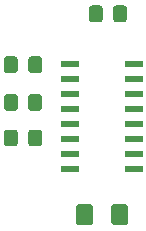
<source format=gbr>
G04 #@! TF.GenerationSoftware,KiCad,Pcbnew,(5.1.5)-3*
G04 #@! TF.CreationDate,2020-04-19T11:52:18-04:00*
G04 #@! TF.ProjectId,RS232_TTL_Male,52533233-325f-4545-944c-5f4d616c652e,1*
G04 #@! TF.SameCoordinates,Original*
G04 #@! TF.FileFunction,Paste,Top*
G04 #@! TF.FilePolarity,Positive*
%FSLAX46Y46*%
G04 Gerber Fmt 4.6, Leading zero omitted, Abs format (unit mm)*
G04 Created by KiCad (PCBNEW (5.1.5)-3) date 2020-04-19 11:52:18*
%MOMM*%
%LPD*%
G04 APERTURE LIST*
%ADD10C,0.100000*%
%ADD11R,1.500000X0.600000*%
G04 APERTURE END LIST*
D10*
G36*
X163680505Y-82613204D02*
G01*
X163704773Y-82616804D01*
X163728572Y-82622765D01*
X163751671Y-82631030D01*
X163773850Y-82641520D01*
X163794893Y-82654132D01*
X163814599Y-82668747D01*
X163832777Y-82685223D01*
X163849253Y-82703401D01*
X163863868Y-82723107D01*
X163876480Y-82744150D01*
X163886970Y-82766329D01*
X163895235Y-82789428D01*
X163901196Y-82813227D01*
X163904796Y-82837495D01*
X163906000Y-82861999D01*
X163906000Y-83762001D01*
X163904796Y-83786505D01*
X163901196Y-83810773D01*
X163895235Y-83834572D01*
X163886970Y-83857671D01*
X163876480Y-83879850D01*
X163863868Y-83900893D01*
X163849253Y-83920599D01*
X163832777Y-83938777D01*
X163814599Y-83955253D01*
X163794893Y-83969868D01*
X163773850Y-83982480D01*
X163751671Y-83992970D01*
X163728572Y-84001235D01*
X163704773Y-84007196D01*
X163680505Y-84010796D01*
X163656001Y-84012000D01*
X163005999Y-84012000D01*
X162981495Y-84010796D01*
X162957227Y-84007196D01*
X162933428Y-84001235D01*
X162910329Y-83992970D01*
X162888150Y-83982480D01*
X162867107Y-83969868D01*
X162847401Y-83955253D01*
X162829223Y-83938777D01*
X162812747Y-83920599D01*
X162798132Y-83900893D01*
X162785520Y-83879850D01*
X162775030Y-83857671D01*
X162766765Y-83834572D01*
X162760804Y-83810773D01*
X162757204Y-83786505D01*
X162756000Y-83762001D01*
X162756000Y-82861999D01*
X162757204Y-82837495D01*
X162760804Y-82813227D01*
X162766765Y-82789428D01*
X162775030Y-82766329D01*
X162785520Y-82744150D01*
X162798132Y-82723107D01*
X162812747Y-82703401D01*
X162829223Y-82685223D01*
X162847401Y-82668747D01*
X162867107Y-82654132D01*
X162888150Y-82641520D01*
X162910329Y-82631030D01*
X162933428Y-82622765D01*
X162957227Y-82616804D01*
X162981495Y-82613204D01*
X163005999Y-82612000D01*
X163656001Y-82612000D01*
X163680505Y-82613204D01*
G37*
G36*
X161630505Y-82613204D02*
G01*
X161654773Y-82616804D01*
X161678572Y-82622765D01*
X161701671Y-82631030D01*
X161723850Y-82641520D01*
X161744893Y-82654132D01*
X161764599Y-82668747D01*
X161782777Y-82685223D01*
X161799253Y-82703401D01*
X161813868Y-82723107D01*
X161826480Y-82744150D01*
X161836970Y-82766329D01*
X161845235Y-82789428D01*
X161851196Y-82813227D01*
X161854796Y-82837495D01*
X161856000Y-82861999D01*
X161856000Y-83762001D01*
X161854796Y-83786505D01*
X161851196Y-83810773D01*
X161845235Y-83834572D01*
X161836970Y-83857671D01*
X161826480Y-83879850D01*
X161813868Y-83900893D01*
X161799253Y-83920599D01*
X161782777Y-83938777D01*
X161764599Y-83955253D01*
X161744893Y-83969868D01*
X161723850Y-83982480D01*
X161701671Y-83992970D01*
X161678572Y-84001235D01*
X161654773Y-84007196D01*
X161630505Y-84010796D01*
X161606001Y-84012000D01*
X160955999Y-84012000D01*
X160931495Y-84010796D01*
X160907227Y-84007196D01*
X160883428Y-84001235D01*
X160860329Y-83992970D01*
X160838150Y-83982480D01*
X160817107Y-83969868D01*
X160797401Y-83955253D01*
X160779223Y-83938777D01*
X160762747Y-83920599D01*
X160748132Y-83900893D01*
X160735520Y-83879850D01*
X160725030Y-83857671D01*
X160716765Y-83834572D01*
X160710804Y-83810773D01*
X160707204Y-83786505D01*
X160706000Y-83762001D01*
X160706000Y-82861999D01*
X160707204Y-82837495D01*
X160710804Y-82813227D01*
X160716765Y-82789428D01*
X160725030Y-82766329D01*
X160735520Y-82744150D01*
X160748132Y-82723107D01*
X160762747Y-82703401D01*
X160779223Y-82685223D01*
X160797401Y-82668747D01*
X160817107Y-82654132D01*
X160838150Y-82641520D01*
X160860329Y-82631030D01*
X160883428Y-82622765D01*
X160907227Y-82616804D01*
X160931495Y-82613204D01*
X160955999Y-82612000D01*
X161606001Y-82612000D01*
X161630505Y-82613204D01*
G37*
G36*
X161630505Y-85801204D02*
G01*
X161654773Y-85804804D01*
X161678572Y-85810765D01*
X161701671Y-85819030D01*
X161723850Y-85829520D01*
X161744893Y-85842132D01*
X161764599Y-85856747D01*
X161782777Y-85873223D01*
X161799253Y-85891401D01*
X161813868Y-85911107D01*
X161826480Y-85932150D01*
X161836970Y-85954329D01*
X161845235Y-85977428D01*
X161851196Y-86001227D01*
X161854796Y-86025495D01*
X161856000Y-86049999D01*
X161856000Y-86950001D01*
X161854796Y-86974505D01*
X161851196Y-86998773D01*
X161845235Y-87022572D01*
X161836970Y-87045671D01*
X161826480Y-87067850D01*
X161813868Y-87088893D01*
X161799253Y-87108599D01*
X161782777Y-87126777D01*
X161764599Y-87143253D01*
X161744893Y-87157868D01*
X161723850Y-87170480D01*
X161701671Y-87180970D01*
X161678572Y-87189235D01*
X161654773Y-87195196D01*
X161630505Y-87198796D01*
X161606001Y-87200000D01*
X160955999Y-87200000D01*
X160931495Y-87198796D01*
X160907227Y-87195196D01*
X160883428Y-87189235D01*
X160860329Y-87180970D01*
X160838150Y-87170480D01*
X160817107Y-87157868D01*
X160797401Y-87143253D01*
X160779223Y-87126777D01*
X160762747Y-87108599D01*
X160748132Y-87088893D01*
X160735520Y-87067850D01*
X160725030Y-87045671D01*
X160716765Y-87022572D01*
X160710804Y-86998773D01*
X160707204Y-86974505D01*
X160706000Y-86950001D01*
X160706000Y-86049999D01*
X160707204Y-86025495D01*
X160710804Y-86001227D01*
X160716765Y-85977428D01*
X160725030Y-85954329D01*
X160735520Y-85932150D01*
X160748132Y-85911107D01*
X160762747Y-85891401D01*
X160779223Y-85873223D01*
X160797401Y-85856747D01*
X160817107Y-85842132D01*
X160838150Y-85829520D01*
X160860329Y-85819030D01*
X160883428Y-85810765D01*
X160907227Y-85804804D01*
X160931495Y-85801204D01*
X160955999Y-85800000D01*
X161606001Y-85800000D01*
X161630505Y-85801204D01*
G37*
G36*
X163680505Y-85801204D02*
G01*
X163704773Y-85804804D01*
X163728572Y-85810765D01*
X163751671Y-85819030D01*
X163773850Y-85829520D01*
X163794893Y-85842132D01*
X163814599Y-85856747D01*
X163832777Y-85873223D01*
X163849253Y-85891401D01*
X163863868Y-85911107D01*
X163876480Y-85932150D01*
X163886970Y-85954329D01*
X163895235Y-85977428D01*
X163901196Y-86001227D01*
X163904796Y-86025495D01*
X163906000Y-86049999D01*
X163906000Y-86950001D01*
X163904796Y-86974505D01*
X163901196Y-86998773D01*
X163895235Y-87022572D01*
X163886970Y-87045671D01*
X163876480Y-87067850D01*
X163863868Y-87088893D01*
X163849253Y-87108599D01*
X163832777Y-87126777D01*
X163814599Y-87143253D01*
X163794893Y-87157868D01*
X163773850Y-87170480D01*
X163751671Y-87180970D01*
X163728572Y-87189235D01*
X163704773Y-87195196D01*
X163680505Y-87198796D01*
X163656001Y-87200000D01*
X163005999Y-87200000D01*
X162981495Y-87198796D01*
X162957227Y-87195196D01*
X162933428Y-87189235D01*
X162910329Y-87180970D01*
X162888150Y-87170480D01*
X162867107Y-87157868D01*
X162847401Y-87143253D01*
X162829223Y-87126777D01*
X162812747Y-87108599D01*
X162798132Y-87088893D01*
X162785520Y-87067850D01*
X162775030Y-87045671D01*
X162766765Y-87022572D01*
X162760804Y-86998773D01*
X162757204Y-86974505D01*
X162756000Y-86950001D01*
X162756000Y-86049999D01*
X162757204Y-86025495D01*
X162760804Y-86001227D01*
X162766765Y-85977428D01*
X162775030Y-85954329D01*
X162785520Y-85932150D01*
X162798132Y-85911107D01*
X162812747Y-85891401D01*
X162829223Y-85873223D01*
X162847401Y-85856747D01*
X162867107Y-85842132D01*
X162888150Y-85829520D01*
X162910329Y-85819030D01*
X162933428Y-85810765D01*
X162957227Y-85804804D01*
X162981495Y-85801204D01*
X163005999Y-85800000D01*
X163656001Y-85800000D01*
X163680505Y-85801204D01*
G37*
G36*
X170874505Y-78301204D02*
G01*
X170898773Y-78304804D01*
X170922572Y-78310765D01*
X170945671Y-78319030D01*
X170967850Y-78329520D01*
X170988893Y-78342132D01*
X171008599Y-78356747D01*
X171026777Y-78373223D01*
X171043253Y-78391401D01*
X171057868Y-78411107D01*
X171070480Y-78432150D01*
X171080970Y-78454329D01*
X171089235Y-78477428D01*
X171095196Y-78501227D01*
X171098796Y-78525495D01*
X171100000Y-78549999D01*
X171100000Y-79450001D01*
X171098796Y-79474505D01*
X171095196Y-79498773D01*
X171089235Y-79522572D01*
X171080970Y-79545671D01*
X171070480Y-79567850D01*
X171057868Y-79588893D01*
X171043253Y-79608599D01*
X171026777Y-79626777D01*
X171008599Y-79643253D01*
X170988893Y-79657868D01*
X170967850Y-79670480D01*
X170945671Y-79680970D01*
X170922572Y-79689235D01*
X170898773Y-79695196D01*
X170874505Y-79698796D01*
X170850001Y-79700000D01*
X170199999Y-79700000D01*
X170175495Y-79698796D01*
X170151227Y-79695196D01*
X170127428Y-79689235D01*
X170104329Y-79680970D01*
X170082150Y-79670480D01*
X170061107Y-79657868D01*
X170041401Y-79643253D01*
X170023223Y-79626777D01*
X170006747Y-79608599D01*
X169992132Y-79588893D01*
X169979520Y-79567850D01*
X169969030Y-79545671D01*
X169960765Y-79522572D01*
X169954804Y-79498773D01*
X169951204Y-79474505D01*
X169950000Y-79450001D01*
X169950000Y-78549999D01*
X169951204Y-78525495D01*
X169954804Y-78501227D01*
X169960765Y-78477428D01*
X169969030Y-78454329D01*
X169979520Y-78432150D01*
X169992132Y-78411107D01*
X170006747Y-78391401D01*
X170023223Y-78373223D01*
X170041401Y-78356747D01*
X170061107Y-78342132D01*
X170082150Y-78329520D01*
X170104329Y-78319030D01*
X170127428Y-78310765D01*
X170151227Y-78304804D01*
X170175495Y-78301204D01*
X170199999Y-78300000D01*
X170850001Y-78300000D01*
X170874505Y-78301204D01*
G37*
G36*
X168824505Y-78301204D02*
G01*
X168848773Y-78304804D01*
X168872572Y-78310765D01*
X168895671Y-78319030D01*
X168917850Y-78329520D01*
X168938893Y-78342132D01*
X168958599Y-78356747D01*
X168976777Y-78373223D01*
X168993253Y-78391401D01*
X169007868Y-78411107D01*
X169020480Y-78432150D01*
X169030970Y-78454329D01*
X169039235Y-78477428D01*
X169045196Y-78501227D01*
X169048796Y-78525495D01*
X169050000Y-78549999D01*
X169050000Y-79450001D01*
X169048796Y-79474505D01*
X169045196Y-79498773D01*
X169039235Y-79522572D01*
X169030970Y-79545671D01*
X169020480Y-79567850D01*
X169007868Y-79588893D01*
X168993253Y-79608599D01*
X168976777Y-79626777D01*
X168958599Y-79643253D01*
X168938893Y-79657868D01*
X168917850Y-79670480D01*
X168895671Y-79680970D01*
X168872572Y-79689235D01*
X168848773Y-79695196D01*
X168824505Y-79698796D01*
X168800001Y-79700000D01*
X168149999Y-79700000D01*
X168125495Y-79698796D01*
X168101227Y-79695196D01*
X168077428Y-79689235D01*
X168054329Y-79680970D01*
X168032150Y-79670480D01*
X168011107Y-79657868D01*
X167991401Y-79643253D01*
X167973223Y-79626777D01*
X167956747Y-79608599D01*
X167942132Y-79588893D01*
X167929520Y-79567850D01*
X167919030Y-79545671D01*
X167910765Y-79522572D01*
X167904804Y-79498773D01*
X167901204Y-79474505D01*
X167900000Y-79450001D01*
X167900000Y-78549999D01*
X167901204Y-78525495D01*
X167904804Y-78501227D01*
X167910765Y-78477428D01*
X167919030Y-78454329D01*
X167929520Y-78432150D01*
X167942132Y-78411107D01*
X167956747Y-78391401D01*
X167973223Y-78373223D01*
X167991401Y-78356747D01*
X168011107Y-78342132D01*
X168032150Y-78329520D01*
X168054329Y-78319030D01*
X168077428Y-78310765D01*
X168101227Y-78304804D01*
X168125495Y-78301204D01*
X168149999Y-78300000D01*
X168800001Y-78300000D01*
X168824505Y-78301204D01*
G37*
G36*
X163680505Y-88801204D02*
G01*
X163704773Y-88804804D01*
X163728572Y-88810765D01*
X163751671Y-88819030D01*
X163773850Y-88829520D01*
X163794893Y-88842132D01*
X163814599Y-88856747D01*
X163832777Y-88873223D01*
X163849253Y-88891401D01*
X163863868Y-88911107D01*
X163876480Y-88932150D01*
X163886970Y-88954329D01*
X163895235Y-88977428D01*
X163901196Y-89001227D01*
X163904796Y-89025495D01*
X163906000Y-89049999D01*
X163906000Y-89950001D01*
X163904796Y-89974505D01*
X163901196Y-89998773D01*
X163895235Y-90022572D01*
X163886970Y-90045671D01*
X163876480Y-90067850D01*
X163863868Y-90088893D01*
X163849253Y-90108599D01*
X163832777Y-90126777D01*
X163814599Y-90143253D01*
X163794893Y-90157868D01*
X163773850Y-90170480D01*
X163751671Y-90180970D01*
X163728572Y-90189235D01*
X163704773Y-90195196D01*
X163680505Y-90198796D01*
X163656001Y-90200000D01*
X163005999Y-90200000D01*
X162981495Y-90198796D01*
X162957227Y-90195196D01*
X162933428Y-90189235D01*
X162910329Y-90180970D01*
X162888150Y-90170480D01*
X162867107Y-90157868D01*
X162847401Y-90143253D01*
X162829223Y-90126777D01*
X162812747Y-90108599D01*
X162798132Y-90088893D01*
X162785520Y-90067850D01*
X162775030Y-90045671D01*
X162766765Y-90022572D01*
X162760804Y-89998773D01*
X162757204Y-89974505D01*
X162756000Y-89950001D01*
X162756000Y-89049999D01*
X162757204Y-89025495D01*
X162760804Y-89001227D01*
X162766765Y-88977428D01*
X162775030Y-88954329D01*
X162785520Y-88932150D01*
X162798132Y-88911107D01*
X162812747Y-88891401D01*
X162829223Y-88873223D01*
X162847401Y-88856747D01*
X162867107Y-88842132D01*
X162888150Y-88829520D01*
X162910329Y-88819030D01*
X162933428Y-88810765D01*
X162957227Y-88804804D01*
X162981495Y-88801204D01*
X163005999Y-88800000D01*
X163656001Y-88800000D01*
X163680505Y-88801204D01*
G37*
G36*
X161630505Y-88801204D02*
G01*
X161654773Y-88804804D01*
X161678572Y-88810765D01*
X161701671Y-88819030D01*
X161723850Y-88829520D01*
X161744893Y-88842132D01*
X161764599Y-88856747D01*
X161782777Y-88873223D01*
X161799253Y-88891401D01*
X161813868Y-88911107D01*
X161826480Y-88932150D01*
X161836970Y-88954329D01*
X161845235Y-88977428D01*
X161851196Y-89001227D01*
X161854796Y-89025495D01*
X161856000Y-89049999D01*
X161856000Y-89950001D01*
X161854796Y-89974505D01*
X161851196Y-89998773D01*
X161845235Y-90022572D01*
X161836970Y-90045671D01*
X161826480Y-90067850D01*
X161813868Y-90088893D01*
X161799253Y-90108599D01*
X161782777Y-90126777D01*
X161764599Y-90143253D01*
X161744893Y-90157868D01*
X161723850Y-90170480D01*
X161701671Y-90180970D01*
X161678572Y-90189235D01*
X161654773Y-90195196D01*
X161630505Y-90198796D01*
X161606001Y-90200000D01*
X160955999Y-90200000D01*
X160931495Y-90198796D01*
X160907227Y-90195196D01*
X160883428Y-90189235D01*
X160860329Y-90180970D01*
X160838150Y-90170480D01*
X160817107Y-90157868D01*
X160797401Y-90143253D01*
X160779223Y-90126777D01*
X160762747Y-90108599D01*
X160748132Y-90088893D01*
X160735520Y-90067850D01*
X160725030Y-90045671D01*
X160716765Y-90022572D01*
X160710804Y-89998773D01*
X160707204Y-89974505D01*
X160706000Y-89950001D01*
X160706000Y-89049999D01*
X160707204Y-89025495D01*
X160710804Y-89001227D01*
X160716765Y-88977428D01*
X160725030Y-88954329D01*
X160735520Y-88932150D01*
X160748132Y-88911107D01*
X160762747Y-88891401D01*
X160779223Y-88873223D01*
X160797401Y-88856747D01*
X160817107Y-88842132D01*
X160838150Y-88829520D01*
X160860329Y-88819030D01*
X160883428Y-88810765D01*
X160907227Y-88804804D01*
X160931495Y-88801204D01*
X160955999Y-88800000D01*
X161606001Y-88800000D01*
X161630505Y-88801204D01*
G37*
D11*
X166312400Y-83230600D03*
X166312400Y-84500600D03*
X166312400Y-85770600D03*
X166312400Y-87040600D03*
X166312400Y-88310600D03*
X166312400Y-89580600D03*
X166312400Y-90850600D03*
X166312400Y-92120600D03*
X171712400Y-92120600D03*
X171712400Y-90850600D03*
X171712400Y-89580600D03*
X171712400Y-88310600D03*
X171712400Y-87040600D03*
X171712400Y-85770600D03*
X171712400Y-84500600D03*
X171712400Y-83230600D03*
D10*
G36*
X170974504Y-95126204D02*
G01*
X170998773Y-95129804D01*
X171022571Y-95135765D01*
X171045671Y-95144030D01*
X171067849Y-95154520D01*
X171088893Y-95167133D01*
X171108598Y-95181747D01*
X171126777Y-95198223D01*
X171143253Y-95216402D01*
X171157867Y-95236107D01*
X171170480Y-95257151D01*
X171180970Y-95279329D01*
X171189235Y-95302429D01*
X171195196Y-95326227D01*
X171198796Y-95350496D01*
X171200000Y-95375000D01*
X171200000Y-96625000D01*
X171198796Y-96649504D01*
X171195196Y-96673773D01*
X171189235Y-96697571D01*
X171180970Y-96720671D01*
X171170480Y-96742849D01*
X171157867Y-96763893D01*
X171143253Y-96783598D01*
X171126777Y-96801777D01*
X171108598Y-96818253D01*
X171088893Y-96832867D01*
X171067849Y-96845480D01*
X171045671Y-96855970D01*
X171022571Y-96864235D01*
X170998773Y-96870196D01*
X170974504Y-96873796D01*
X170950000Y-96875000D01*
X170025000Y-96875000D01*
X170000496Y-96873796D01*
X169976227Y-96870196D01*
X169952429Y-96864235D01*
X169929329Y-96855970D01*
X169907151Y-96845480D01*
X169886107Y-96832867D01*
X169866402Y-96818253D01*
X169848223Y-96801777D01*
X169831747Y-96783598D01*
X169817133Y-96763893D01*
X169804520Y-96742849D01*
X169794030Y-96720671D01*
X169785765Y-96697571D01*
X169779804Y-96673773D01*
X169776204Y-96649504D01*
X169775000Y-96625000D01*
X169775000Y-95375000D01*
X169776204Y-95350496D01*
X169779804Y-95326227D01*
X169785765Y-95302429D01*
X169794030Y-95279329D01*
X169804520Y-95257151D01*
X169817133Y-95236107D01*
X169831747Y-95216402D01*
X169848223Y-95198223D01*
X169866402Y-95181747D01*
X169886107Y-95167133D01*
X169907151Y-95154520D01*
X169929329Y-95144030D01*
X169952429Y-95135765D01*
X169976227Y-95129804D01*
X170000496Y-95126204D01*
X170025000Y-95125000D01*
X170950000Y-95125000D01*
X170974504Y-95126204D01*
G37*
G36*
X167999504Y-95126204D02*
G01*
X168023773Y-95129804D01*
X168047571Y-95135765D01*
X168070671Y-95144030D01*
X168092849Y-95154520D01*
X168113893Y-95167133D01*
X168133598Y-95181747D01*
X168151777Y-95198223D01*
X168168253Y-95216402D01*
X168182867Y-95236107D01*
X168195480Y-95257151D01*
X168205970Y-95279329D01*
X168214235Y-95302429D01*
X168220196Y-95326227D01*
X168223796Y-95350496D01*
X168225000Y-95375000D01*
X168225000Y-96625000D01*
X168223796Y-96649504D01*
X168220196Y-96673773D01*
X168214235Y-96697571D01*
X168205970Y-96720671D01*
X168195480Y-96742849D01*
X168182867Y-96763893D01*
X168168253Y-96783598D01*
X168151777Y-96801777D01*
X168133598Y-96818253D01*
X168113893Y-96832867D01*
X168092849Y-96845480D01*
X168070671Y-96855970D01*
X168047571Y-96864235D01*
X168023773Y-96870196D01*
X167999504Y-96873796D01*
X167975000Y-96875000D01*
X167050000Y-96875000D01*
X167025496Y-96873796D01*
X167001227Y-96870196D01*
X166977429Y-96864235D01*
X166954329Y-96855970D01*
X166932151Y-96845480D01*
X166911107Y-96832867D01*
X166891402Y-96818253D01*
X166873223Y-96801777D01*
X166856747Y-96783598D01*
X166842133Y-96763893D01*
X166829520Y-96742849D01*
X166819030Y-96720671D01*
X166810765Y-96697571D01*
X166804804Y-96673773D01*
X166801204Y-96649504D01*
X166800000Y-96625000D01*
X166800000Y-95375000D01*
X166801204Y-95350496D01*
X166804804Y-95326227D01*
X166810765Y-95302429D01*
X166819030Y-95279329D01*
X166829520Y-95257151D01*
X166842133Y-95236107D01*
X166856747Y-95216402D01*
X166873223Y-95198223D01*
X166891402Y-95181747D01*
X166911107Y-95167133D01*
X166932151Y-95154520D01*
X166954329Y-95144030D01*
X166977429Y-95135765D01*
X167001227Y-95129804D01*
X167025496Y-95126204D01*
X167050000Y-95125000D01*
X167975000Y-95125000D01*
X167999504Y-95126204D01*
G37*
M02*

</source>
